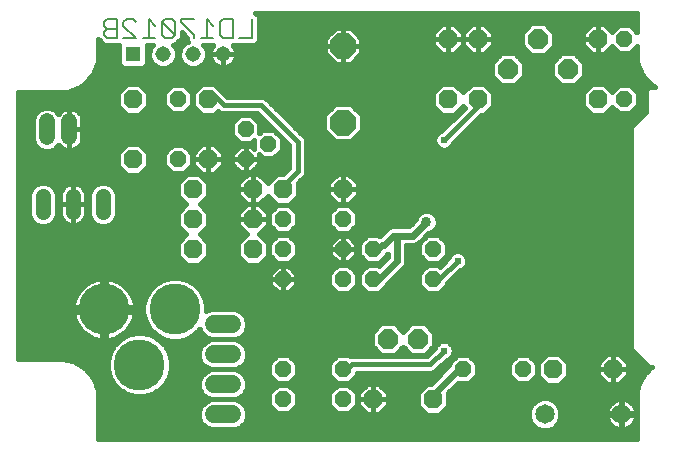
<source format=gbl>
G75*
%MOIN*%
%OFA0B0*%
%FSLAX25Y25*%
%IPPOS*%
%LPD*%
%AMOC8*
5,1,8,0,0,1.08239X$1,22.5*
%
%ADD10C,0.00600*%
%ADD11OC8,0.06300*%
%ADD12OC8,0.06600*%
%ADD13OC8,0.05200*%
%ADD14OC8,0.08500*%
%ADD15R,0.05150X0.05150*%
%ADD16C,0.05150*%
%ADD17C,0.05150*%
%ADD18C,0.05200*%
%ADD19C,0.06496*%
%ADD20C,0.17000*%
%ADD21C,0.06000*%
%ADD22C,0.01600*%
%ADD23R,0.03900X0.03900*%
%ADD24C,0.02200*%
%ADD25C,0.03400*%
%ADD26C,0.02400*%
D10*
X0075245Y0169456D02*
X0078448Y0169456D01*
X0078448Y0175862D01*
X0075245Y0175862D01*
X0074177Y0174794D01*
X0074177Y0173726D01*
X0075245Y0172659D01*
X0078448Y0172659D01*
X0080623Y0173726D02*
X0080623Y0174794D01*
X0081690Y0175862D01*
X0083826Y0175862D01*
X0084893Y0174794D01*
X0080623Y0173726D02*
X0084893Y0169456D01*
X0080623Y0169456D01*
X0075245Y0169456D02*
X0074177Y0170524D01*
X0074177Y0171591D01*
X0075245Y0172659D01*
X0087068Y0169456D02*
X0091339Y0169456D01*
X0089204Y0169456D02*
X0089204Y0175862D01*
X0091339Y0173726D01*
X0093514Y0174794D02*
X0094581Y0175862D01*
X0096717Y0175862D01*
X0097784Y0174794D01*
X0097784Y0170524D01*
X0093514Y0174794D01*
X0093514Y0170524D01*
X0094581Y0169456D01*
X0096717Y0169456D01*
X0097784Y0170524D01*
X0099959Y0174794D02*
X0104230Y0170524D01*
X0104230Y0169456D01*
X0106405Y0169456D02*
X0110675Y0169456D01*
X0108540Y0169456D02*
X0108540Y0175862D01*
X0110675Y0173726D01*
X0112850Y0174794D02*
X0113918Y0175862D01*
X0117121Y0175862D01*
X0117121Y0169456D01*
X0113918Y0169456D01*
X0112850Y0170524D01*
X0112850Y0174794D01*
X0119296Y0169456D02*
X0123566Y0169456D01*
X0123566Y0175862D01*
X0104230Y0175862D02*
X0099959Y0175862D01*
X0099959Y0174794D01*
D11*
X0108866Y0149156D03*
X0083866Y0149156D03*
X0083866Y0129156D03*
X0103866Y0119156D03*
X0108866Y0129156D03*
X0123866Y0119156D03*
X0133866Y0119156D03*
X0123866Y0109156D03*
X0123866Y0099156D03*
X0103866Y0099156D03*
X0103866Y0109156D03*
X0153866Y0119156D03*
X0188866Y0149156D03*
X0198866Y0149156D03*
X0198866Y0169156D03*
X0188866Y0169156D03*
X0238866Y0169156D03*
X0238866Y0149156D03*
X0243866Y0059156D03*
X0223866Y0059156D03*
X0183866Y0049156D03*
X0163866Y0049156D03*
D12*
X0168866Y0069156D03*
X0178866Y0069156D03*
X0208866Y0159156D03*
X0218866Y0169156D03*
X0228866Y0159156D03*
D13*
X0247616Y0149156D03*
X0247616Y0169156D03*
X0153866Y0109156D03*
X0153866Y0099156D03*
X0163866Y0099156D03*
X0163866Y0089156D03*
X0153866Y0089156D03*
X0133866Y0089156D03*
X0133866Y0099156D03*
X0133866Y0109156D03*
X0121366Y0129156D03*
X0128866Y0134156D03*
X0121366Y0139156D03*
X0098866Y0129156D03*
X0098866Y0149156D03*
X0183866Y0099156D03*
X0183866Y0089156D03*
X0193866Y0059156D03*
X0213866Y0059156D03*
X0153866Y0059156D03*
X0153866Y0049156D03*
X0133866Y0049156D03*
X0133866Y0059156D03*
D14*
X0153866Y0141356D03*
X0153866Y0166956D03*
D15*
X0083866Y0164156D03*
D16*
X0093866Y0164156D03*
X0103866Y0164156D03*
X0113866Y0164156D03*
D17*
X0073866Y0116731D02*
X0073866Y0111581D01*
X0063866Y0111581D02*
X0063866Y0116731D01*
X0053866Y0116731D02*
X0053866Y0111581D01*
D18*
X0055116Y0136556D02*
X0055116Y0141756D01*
X0062616Y0141756D02*
X0062616Y0136556D01*
D19*
X0221071Y0044156D03*
X0246661Y0044156D03*
D20*
X0097803Y0079156D03*
X0074181Y0079156D03*
X0085992Y0060652D03*
D21*
X0110866Y0064156D02*
X0116866Y0064156D01*
X0116866Y0054156D02*
X0110866Y0054156D01*
X0110866Y0044156D02*
X0116866Y0044156D01*
X0116866Y0074156D02*
X0110866Y0074156D01*
D22*
X0072225Y0049606D02*
X0072225Y0035956D01*
X0251728Y0035956D01*
X0251728Y0049606D01*
X0251706Y0049631D01*
X0251728Y0049933D01*
X0251728Y0050236D01*
X0251751Y0050259D01*
X0251831Y0051377D01*
X0251796Y0051431D01*
X0251854Y0051699D01*
X0251873Y0051973D01*
X0251923Y0052015D01*
X0252168Y0053142D01*
X0252141Y0053201D01*
X0252236Y0053458D01*
X0252295Y0053726D01*
X0252349Y0053761D01*
X0252752Y0054841D01*
X0252734Y0054903D01*
X0252865Y0055144D01*
X0252961Y0055401D01*
X0253020Y0055428D01*
X0253573Y0056439D01*
X0253564Y0056504D01*
X0253728Y0056723D01*
X0253859Y0056964D01*
X0253922Y0056982D01*
X0254612Y0057905D01*
X0254612Y0057970D01*
X0254806Y0058164D01*
X0254971Y0058383D01*
X0255035Y0058393D01*
X0255850Y0059208D01*
X0255859Y0059272D01*
X0256079Y0059437D01*
X0256273Y0059630D01*
X0256338Y0059630D01*
X0256907Y0060056D01*
X0255703Y0060056D01*
X0250703Y0065056D01*
X0249766Y0065993D01*
X0249766Y0139819D01*
X0254766Y0144819D01*
X0254766Y0152319D01*
X0255703Y0153256D01*
X0257905Y0153256D01*
X0257803Y0153312D01*
X0257739Y0153302D01*
X0257519Y0153467D01*
X0257279Y0153598D01*
X0257260Y0153660D01*
X0256338Y0154351D01*
X0256273Y0154351D01*
X0256079Y0154545D01*
X0255859Y0154709D01*
X0255850Y0154774D01*
X0255035Y0155589D01*
X0254971Y0155598D01*
X0254806Y0155818D01*
X0254612Y0156011D01*
X0254612Y0156077D01*
X0253922Y0156999D01*
X0253859Y0157018D01*
X0253728Y0157258D01*
X0253564Y0157478D01*
X0253573Y0157542D01*
X0253020Y0158554D01*
X0252961Y0158581D01*
X0252865Y0158838D01*
X0252734Y0159078D01*
X0252752Y0159141D01*
X0252349Y0160221D01*
X0252295Y0160256D01*
X0252236Y0160524D01*
X0252141Y0160781D01*
X0252168Y0160840D01*
X0251923Y0161966D01*
X0251873Y0162009D01*
X0251854Y0162282D01*
X0251796Y0162550D01*
X0251831Y0162605D01*
X0251751Y0163723D01*
X0251728Y0163746D01*
X0251728Y0164049D01*
X0251706Y0164351D01*
X0251728Y0164376D01*
X0251728Y0166762D01*
X0249522Y0164556D01*
X0245711Y0164556D01*
X0243489Y0166778D01*
X0240916Y0164206D01*
X0238866Y0164206D01*
X0238866Y0169156D01*
X0238866Y0169156D01*
X0233916Y0169156D01*
X0233916Y0167106D01*
X0236816Y0164206D01*
X0238866Y0164206D01*
X0238866Y0169156D01*
X0238866Y0169156D01*
X0233916Y0169156D01*
X0233916Y0171207D01*
X0236816Y0174106D01*
X0238866Y0174106D01*
X0238866Y0169156D01*
X0238866Y0169156D01*
X0238866Y0174106D01*
X0240916Y0174106D01*
X0243489Y0171534D01*
X0245711Y0173756D01*
X0249522Y0173756D01*
X0251728Y0171550D01*
X0251728Y0178025D01*
X0124655Y0178025D01*
X0125866Y0176814D01*
X0125866Y0168503D01*
X0124519Y0167156D01*
X0118343Y0167156D01*
X0118208Y0167291D01*
X0118073Y0167156D01*
X0117053Y0167156D01*
X0117203Y0167006D01*
X0117608Y0166449D01*
X0117920Y0165835D01*
X0118133Y0165181D01*
X0118241Y0164500D01*
X0118241Y0164156D01*
X0113866Y0164156D01*
X0113866Y0164156D01*
X0113866Y0159781D01*
X0113522Y0159781D01*
X0112842Y0159889D01*
X0112187Y0160102D01*
X0111573Y0160414D01*
X0111016Y0160819D01*
X0110529Y0161306D01*
X0110124Y0161863D01*
X0109812Y0162477D01*
X0109599Y0163132D01*
X0109491Y0163812D01*
X0109491Y0164156D01*
X0113866Y0164156D01*
X0113866Y0164156D01*
X0113866Y0159781D01*
X0114210Y0159781D01*
X0114891Y0159889D01*
X0115545Y0160102D01*
X0116159Y0160414D01*
X0116716Y0160819D01*
X0117203Y0161306D01*
X0117608Y0161863D01*
X0117920Y0162477D01*
X0118133Y0163132D01*
X0118241Y0163812D01*
X0118241Y0164156D01*
X0113866Y0164156D01*
X0109491Y0164156D01*
X0109491Y0164500D01*
X0109599Y0165181D01*
X0109812Y0165835D01*
X0110124Y0166449D01*
X0110529Y0167006D01*
X0110679Y0167156D01*
X0107336Y0167156D01*
X0107744Y0166748D01*
X0108441Y0165066D01*
X0108441Y0163246D01*
X0107744Y0161565D01*
X0106458Y0160278D01*
X0104776Y0159581D01*
X0102956Y0159581D01*
X0101275Y0160278D01*
X0099988Y0161565D01*
X0099291Y0163246D01*
X0099291Y0165066D01*
X0099988Y0166748D01*
X0101275Y0168034D01*
X0102069Y0168364D01*
X0101930Y0168503D01*
X0101930Y0169571D01*
X0100084Y0171417D01*
X0100084Y0169571D01*
X0098737Y0168224D01*
X0097669Y0167156D01*
X0097336Y0167156D01*
X0097744Y0166748D01*
X0098441Y0165066D01*
X0098441Y0163246D01*
X0097744Y0161565D01*
X0096458Y0160278D01*
X0094776Y0159581D01*
X0092956Y0159581D01*
X0091275Y0160278D01*
X0089988Y0161565D01*
X0089291Y0163246D01*
X0089291Y0165066D01*
X0089988Y0166748D01*
X0090396Y0167156D01*
X0088441Y0167156D01*
X0088441Y0160753D01*
X0087269Y0159581D01*
X0080463Y0159581D01*
X0079291Y0160753D01*
X0079291Y0167156D01*
X0074292Y0167156D01*
X0073476Y0167973D01*
X0073225Y0168224D01*
X0073225Y0168224D01*
X0072694Y0168754D01*
X0072225Y0169223D01*
X0072225Y0164376D01*
X0072247Y0164351D01*
X0072225Y0164049D01*
X0072225Y0163746D01*
X0072202Y0163723D01*
X0072122Y0162605D01*
X0072157Y0162550D01*
X0072099Y0162282D01*
X0072079Y0162009D01*
X0072030Y0161966D01*
X0071785Y0160840D01*
X0071812Y0160781D01*
X0071716Y0160524D01*
X0071658Y0160256D01*
X0071603Y0160221D01*
X0071200Y0159141D01*
X0071219Y0159078D01*
X0071087Y0158838D01*
X0070992Y0158581D01*
X0070932Y0158554D01*
X0070380Y0157542D01*
X0070389Y0157478D01*
X0070225Y0157258D01*
X0070094Y0157018D01*
X0070031Y0156999D01*
X0069340Y0156077D01*
X0069340Y0156011D01*
X0069146Y0155818D01*
X0068982Y0155598D01*
X0068918Y0155589D01*
X0068103Y0154774D01*
X0068093Y0154709D01*
X0067874Y0154545D01*
X0067680Y0154351D01*
X0067615Y0154351D01*
X0066692Y0153660D01*
X0066674Y0153598D01*
X0066433Y0153467D01*
X0066214Y0153302D01*
X0066149Y0153312D01*
X0065138Y0152759D01*
X0065111Y0152700D01*
X0064854Y0152604D01*
X0064613Y0152473D01*
X0064551Y0152491D01*
X0063471Y0152088D01*
X0063436Y0152034D01*
X0063168Y0151975D01*
X0062911Y0151879D01*
X0062852Y0151907D01*
X0061725Y0151662D01*
X0061683Y0151612D01*
X0061409Y0151593D01*
X0061141Y0151534D01*
X0061087Y0151570D01*
X0059969Y0151490D01*
X0059946Y0151466D01*
X0059643Y0151466D01*
X0059341Y0151445D01*
X0059316Y0151466D01*
X0045666Y0151466D01*
X0045666Y0062515D01*
X0059316Y0062515D01*
X0059341Y0062537D01*
X0059643Y0062515D01*
X0059946Y0062515D01*
X0059969Y0062492D01*
X0061087Y0062412D01*
X0061141Y0062447D01*
X0061409Y0062389D01*
X0061683Y0062369D01*
X0061725Y0062320D01*
X0062852Y0062075D01*
X0062911Y0062102D01*
X0063168Y0062006D01*
X0063436Y0061948D01*
X0063471Y0061893D01*
X0064551Y0061490D01*
X0064613Y0061509D01*
X0064854Y0061377D01*
X0065111Y0061282D01*
X0065138Y0061222D01*
X0066149Y0060670D01*
X0066214Y0060679D01*
X0066433Y0060515D01*
X0066674Y0060384D01*
X0066692Y0060321D01*
X0067615Y0059630D01*
X0067680Y0059630D01*
X0067874Y0059437D01*
X0068093Y0059272D01*
X0068103Y0059208D01*
X0068918Y0058393D01*
X0068982Y0058383D01*
X0069146Y0058164D01*
X0069340Y0057970D01*
X0069340Y0057905D01*
X0070031Y0056982D01*
X0070094Y0056964D01*
X0070225Y0056723D01*
X0070389Y0056504D01*
X0070380Y0056439D01*
X0070932Y0055428D01*
X0070992Y0055401D01*
X0071087Y0055144D01*
X0071219Y0054903D01*
X0071200Y0054841D01*
X0071603Y0053761D01*
X0071658Y0053726D01*
X0071716Y0053458D01*
X0071812Y0053201D01*
X0071785Y0053142D01*
X0072030Y0052015D01*
X0072079Y0051973D01*
X0072099Y0051699D01*
X0072157Y0051431D01*
X0072122Y0051377D01*
X0072202Y0050259D01*
X0072225Y0050236D01*
X0072225Y0049933D01*
X0072247Y0049631D01*
X0072225Y0049606D01*
X0072225Y0050141D02*
X0107810Y0050141D01*
X0108034Y0049917D02*
X0109872Y0049156D01*
X0117861Y0049156D01*
X0119698Y0048395D01*
X0121105Y0046988D01*
X0121866Y0045151D01*
X0121866Y0043162D01*
X0121105Y0041324D01*
X0119698Y0039917D01*
X0117861Y0039156D01*
X0109872Y0039156D01*
X0108034Y0039917D01*
X0106627Y0041324D01*
X0105866Y0043162D01*
X0105866Y0045151D01*
X0106627Y0046988D01*
X0108034Y0048395D01*
X0109872Y0049156D01*
X0117861Y0049156D01*
X0119698Y0049917D01*
X0121105Y0051324D01*
X0121866Y0053162D01*
X0121866Y0055151D01*
X0121105Y0056988D01*
X0119698Y0058395D01*
X0117861Y0059156D01*
X0109872Y0059156D01*
X0117861Y0059156D01*
X0119698Y0059917D01*
X0121105Y0061324D01*
X0121866Y0063162D01*
X0121866Y0065151D01*
X0121105Y0066988D01*
X0119698Y0068395D01*
X0117861Y0069156D01*
X0109872Y0069156D01*
X0117861Y0069156D01*
X0119698Y0069917D01*
X0121105Y0071324D01*
X0121866Y0073162D01*
X0121866Y0075151D01*
X0121105Y0076988D01*
X0119698Y0078395D01*
X0117861Y0079156D01*
X0109872Y0079156D01*
X0108303Y0078506D01*
X0108303Y0080539D01*
X0107588Y0083209D01*
X0106205Y0085603D01*
X0104250Y0087558D01*
X0101856Y0088941D01*
X0099185Y0089656D01*
X0096421Y0089656D01*
X0093750Y0088941D01*
X0091356Y0087558D01*
X0089401Y0085603D01*
X0088019Y0083209D01*
X0087303Y0080539D01*
X0087303Y0077774D01*
X0088019Y0075103D01*
X0089401Y0072709D01*
X0091356Y0070754D01*
X0093750Y0069372D01*
X0096421Y0068656D01*
X0099185Y0068656D01*
X0101856Y0069372D01*
X0104250Y0070754D01*
X0106098Y0072602D01*
X0106627Y0071324D01*
X0108034Y0069917D01*
X0109872Y0069156D01*
X0108034Y0068395D01*
X0106627Y0066988D01*
X0105866Y0065151D01*
X0105866Y0063162D01*
X0106627Y0061324D01*
X0108034Y0059917D01*
X0109872Y0059156D01*
X0108034Y0058395D01*
X0106627Y0056988D01*
X0105866Y0055151D01*
X0105866Y0053162D01*
X0106627Y0051324D01*
X0108034Y0049917D01*
X0108391Y0048543D02*
X0072225Y0048543D01*
X0072225Y0046944D02*
X0106609Y0046944D01*
X0105947Y0045346D02*
X0072225Y0045346D01*
X0072225Y0043747D02*
X0105866Y0043747D01*
X0106286Y0042149D02*
X0072225Y0042149D01*
X0072225Y0040550D02*
X0107401Y0040550D01*
X0119342Y0048543D02*
X0129266Y0048543D01*
X0129266Y0047251D02*
X0131961Y0044556D01*
X0135772Y0044556D01*
X0138466Y0047251D01*
X0138466Y0051062D01*
X0135772Y0053756D01*
X0131961Y0053756D01*
X0129266Y0051062D01*
X0129266Y0047251D01*
X0129573Y0046944D02*
X0121123Y0046944D01*
X0121785Y0045346D02*
X0131171Y0045346D01*
X0129266Y0050141D02*
X0119922Y0050141D01*
X0121277Y0051740D02*
X0129944Y0051740D01*
X0131543Y0053338D02*
X0121866Y0053338D01*
X0121866Y0054937D02*
X0131580Y0054937D01*
X0131961Y0054556D02*
X0135772Y0054556D01*
X0138466Y0057251D01*
X0138466Y0061062D01*
X0135772Y0063756D01*
X0131961Y0063756D01*
X0129266Y0061062D01*
X0129266Y0057251D01*
X0131961Y0054556D01*
X0129982Y0056535D02*
X0121293Y0056535D01*
X0119960Y0058134D02*
X0129266Y0058134D01*
X0129266Y0059732D02*
X0119252Y0059732D01*
X0121108Y0061331D02*
X0129535Y0061331D01*
X0131134Y0062929D02*
X0121770Y0062929D01*
X0121866Y0064528D02*
X0165999Y0064528D01*
X0166671Y0063856D02*
X0171061Y0063856D01*
X0173866Y0066661D01*
X0176671Y0063856D01*
X0181061Y0063856D01*
X0184166Y0066961D01*
X0184166Y0071351D01*
X0181061Y0074456D01*
X0176671Y0074456D01*
X0173866Y0071651D01*
X0171061Y0074456D01*
X0166671Y0074456D01*
X0163566Y0071351D01*
X0163566Y0066961D01*
X0166671Y0063856D01*
X0164401Y0066126D02*
X0121462Y0066126D01*
X0120368Y0067725D02*
X0163566Y0067725D01*
X0163566Y0069323D02*
X0118264Y0069323D01*
X0120703Y0070922D02*
X0163566Y0070922D01*
X0164735Y0072520D02*
X0121601Y0072520D01*
X0121866Y0074119D02*
X0166334Y0074119D01*
X0171399Y0074119D02*
X0176334Y0074119D01*
X0174735Y0072520D02*
X0172997Y0072520D01*
X0173332Y0066126D02*
X0174401Y0066126D01*
X0175999Y0064528D02*
X0171733Y0064528D01*
X0181733Y0064528D02*
X0182728Y0064528D01*
X0181806Y0063606D02*
X0184403Y0066203D01*
X0184803Y0067169D01*
X0185703Y0068069D01*
X0186880Y0068556D01*
X0188153Y0068556D01*
X0189329Y0068069D01*
X0190229Y0067169D01*
X0190716Y0065993D01*
X0190716Y0064720D01*
X0190229Y0063544D01*
X0189329Y0062643D01*
X0188363Y0062243D01*
X0185340Y0059220D01*
X0184552Y0058432D01*
X0183523Y0058006D01*
X0158466Y0058006D01*
X0158466Y0057251D01*
X0155772Y0054556D01*
X0151961Y0054556D01*
X0149266Y0057251D01*
X0149266Y0061062D01*
X0151961Y0063756D01*
X0155772Y0063756D01*
X0156064Y0063463D01*
X0156409Y0063606D01*
X0181806Y0063606D01*
X0183332Y0066126D02*
X0184327Y0066126D01*
X0184166Y0067725D02*
X0185359Y0067725D01*
X0184166Y0069323D02*
X0249766Y0069323D01*
X0249766Y0067725D02*
X0189673Y0067725D01*
X0190661Y0066126D02*
X0249766Y0066126D01*
X0251232Y0064528D02*
X0190637Y0064528D01*
X0191961Y0063756D02*
X0189266Y0061062D01*
X0189266Y0060440D01*
X0183132Y0054306D01*
X0181733Y0054306D01*
X0178716Y0051289D01*
X0178716Y0047023D01*
X0181733Y0044006D01*
X0185999Y0044006D01*
X0189016Y0047023D01*
X0189016Y0051289D01*
X0188950Y0051356D01*
X0192150Y0054556D01*
X0195772Y0054556D01*
X0198466Y0057251D01*
X0198466Y0061062D01*
X0195772Y0063756D01*
X0191961Y0063756D01*
X0191134Y0062929D02*
X0189615Y0062929D01*
X0189535Y0061331D02*
X0187451Y0061331D01*
X0188558Y0059732D02*
X0185852Y0059732D01*
X0186960Y0058134D02*
X0183831Y0058134D01*
X0185361Y0056535D02*
X0157751Y0056535D01*
X0156152Y0054937D02*
X0183763Y0054937D01*
X0180765Y0053338D02*
X0166684Y0053338D01*
X0165916Y0054106D02*
X0163866Y0054106D01*
X0161816Y0054106D01*
X0158916Y0051207D01*
X0158916Y0049156D01*
X0158916Y0047106D01*
X0161816Y0044206D01*
X0163866Y0044206D01*
X0163866Y0049156D01*
X0163866Y0049156D01*
X0158916Y0049156D01*
X0163866Y0049156D01*
X0163866Y0049156D01*
X0163866Y0044206D01*
X0165916Y0044206D01*
X0168816Y0047106D01*
X0168816Y0049156D01*
X0163866Y0049156D01*
X0163866Y0049156D01*
X0163866Y0054106D01*
X0163866Y0049156D01*
X0163866Y0049156D01*
X0168816Y0049156D01*
X0168816Y0051207D01*
X0165916Y0054106D01*
X0163866Y0053338D02*
X0163866Y0053338D01*
X0163866Y0051740D02*
X0163866Y0051740D01*
X0163866Y0050141D02*
X0163866Y0050141D01*
X0163866Y0048543D02*
X0163866Y0048543D01*
X0163866Y0046944D02*
X0163866Y0046944D01*
X0163866Y0045346D02*
X0163866Y0045346D01*
X0160676Y0045346D02*
X0156561Y0045346D01*
X0155772Y0044556D02*
X0158466Y0047251D01*
X0158466Y0051062D01*
X0155772Y0053756D01*
X0151961Y0053756D01*
X0149266Y0051062D01*
X0149266Y0047251D01*
X0151961Y0044556D01*
X0155772Y0044556D01*
X0158160Y0046944D02*
X0159078Y0046944D01*
X0158916Y0048543D02*
X0158466Y0048543D01*
X0158466Y0050141D02*
X0158916Y0050141D01*
X0159449Y0051740D02*
X0157788Y0051740D01*
X0156189Y0053338D02*
X0161048Y0053338D01*
X0168283Y0051740D02*
X0179167Y0051740D01*
X0178716Y0050141D02*
X0168816Y0050141D01*
X0168816Y0048543D02*
X0178716Y0048543D01*
X0178795Y0046944D02*
X0168655Y0046944D01*
X0167056Y0045346D02*
X0180393Y0045346D01*
X0187339Y0045346D02*
X0215883Y0045346D01*
X0215823Y0045200D02*
X0215823Y0043112D01*
X0216622Y0041183D01*
X0218098Y0039707D01*
X0220027Y0038908D01*
X0222115Y0038908D01*
X0224044Y0039707D01*
X0225520Y0041183D01*
X0226319Y0043112D01*
X0226319Y0045200D01*
X0225520Y0047129D01*
X0224044Y0048605D01*
X0222115Y0049404D01*
X0220027Y0049404D01*
X0218098Y0048605D01*
X0216622Y0047129D01*
X0215823Y0045200D01*
X0215823Y0043747D02*
X0121866Y0043747D01*
X0121447Y0042149D02*
X0216222Y0042149D01*
X0217255Y0040550D02*
X0120331Y0040550D01*
X0136561Y0045346D02*
X0151171Y0045346D01*
X0149573Y0046944D02*
X0138160Y0046944D01*
X0138466Y0048543D02*
X0149266Y0048543D01*
X0149266Y0050141D02*
X0138466Y0050141D01*
X0137788Y0051740D02*
X0149944Y0051740D01*
X0151543Y0053338D02*
X0136189Y0053338D01*
X0136152Y0054937D02*
X0151580Y0054937D01*
X0149982Y0056535D02*
X0137751Y0056535D01*
X0138466Y0058134D02*
X0149266Y0058134D01*
X0149266Y0059732D02*
X0138466Y0059732D01*
X0138197Y0061331D02*
X0149535Y0061331D01*
X0151134Y0062929D02*
X0136598Y0062929D01*
X0153866Y0059156D02*
X0154366Y0059506D01*
X0155666Y0059506D01*
X0156966Y0060806D01*
X0182966Y0060806D01*
X0187516Y0065356D01*
X0184166Y0070922D02*
X0249766Y0070922D01*
X0249766Y0072520D02*
X0182997Y0072520D01*
X0181399Y0074119D02*
X0249766Y0074119D01*
X0249766Y0075717D02*
X0121631Y0075717D01*
X0120777Y0077316D02*
X0249766Y0077316D01*
X0249766Y0078914D02*
X0118444Y0078914D01*
X0109288Y0078914D02*
X0108303Y0078914D01*
X0108303Y0080513D02*
X0249766Y0080513D01*
X0249766Y0082112D02*
X0107882Y0082112D01*
X0107298Y0083710D02*
X0249766Y0083710D01*
X0249766Y0085309D02*
X0186524Y0085309D01*
X0185772Y0084556D02*
X0181961Y0084556D01*
X0179266Y0087251D01*
X0179266Y0091062D01*
X0181961Y0093756D01*
X0185772Y0093756D01*
X0186189Y0093339D01*
X0188953Y0096103D01*
X0189353Y0097069D01*
X0190253Y0097969D01*
X0191430Y0098456D01*
X0192703Y0098456D01*
X0193879Y0097969D01*
X0194779Y0097069D01*
X0195266Y0095893D01*
X0195266Y0094620D01*
X0194779Y0093444D01*
X0193879Y0092543D01*
X0192913Y0092143D01*
X0188590Y0087820D01*
X0188466Y0087696D01*
X0188466Y0087251D01*
X0185772Y0084556D01*
X0181208Y0085309D02*
X0166524Y0085309D01*
X0165772Y0084556D02*
X0161961Y0084556D01*
X0159266Y0087251D01*
X0159266Y0091062D01*
X0161961Y0093756D01*
X0165772Y0093756D01*
X0165902Y0093626D01*
X0168816Y0096540D01*
X0168816Y0097701D01*
X0168466Y0097556D01*
X0168466Y0097251D01*
X0165772Y0094556D01*
X0161961Y0094556D01*
X0159266Y0097251D01*
X0159266Y0101062D01*
X0161961Y0103756D01*
X0165772Y0103756D01*
X0166009Y0103519D01*
X0166070Y0103544D01*
X0168860Y0106334D01*
X0170000Y0106806D01*
X0175832Y0106806D01*
X0177966Y0108940D01*
X0177966Y0108992D01*
X0178529Y0110352D01*
X0179570Y0111393D01*
X0180930Y0111956D01*
X0182402Y0111956D01*
X0183762Y0111393D01*
X0184803Y0110352D01*
X0185366Y0108992D01*
X0185366Y0107520D01*
X0184803Y0106160D01*
X0183762Y0105119D01*
X0182402Y0104556D01*
X0182350Y0104556D01*
X0179744Y0101950D01*
X0178872Y0101078D01*
X0177733Y0100606D01*
X0175016Y0100606D01*
X0175016Y0094640D01*
X0174544Y0093500D01*
X0168466Y0087422D01*
X0168466Y0087251D01*
X0165772Y0084556D01*
X0168122Y0086907D02*
X0179610Y0086907D01*
X0179266Y0088506D02*
X0169550Y0088506D01*
X0171148Y0090104D02*
X0179266Y0090104D01*
X0179907Y0091703D02*
X0172747Y0091703D01*
X0174345Y0093301D02*
X0181506Y0093301D01*
X0181961Y0094556D02*
X0185772Y0094556D01*
X0188466Y0097251D01*
X0188466Y0101062D01*
X0185772Y0103756D01*
X0181961Y0103756D01*
X0179266Y0101062D01*
X0179266Y0097251D01*
X0181961Y0094556D01*
X0181617Y0094900D02*
X0175016Y0094900D01*
X0175016Y0096498D02*
X0180019Y0096498D01*
X0179266Y0098097D02*
X0175016Y0098097D01*
X0175016Y0099695D02*
X0179266Y0099695D01*
X0179088Y0101294D02*
X0179498Y0101294D01*
X0180686Y0102892D02*
X0181097Y0102892D01*
X0182285Y0104491D02*
X0249766Y0104491D01*
X0249766Y0106089D02*
X0184732Y0106089D01*
X0185366Y0107688D02*
X0249766Y0107688D01*
X0249766Y0109286D02*
X0185244Y0109286D01*
X0184270Y0110885D02*
X0249766Y0110885D01*
X0249766Y0112483D02*
X0157044Y0112483D01*
X0155772Y0113756D02*
X0151961Y0113756D01*
X0149266Y0111062D01*
X0149266Y0107251D01*
X0151961Y0104556D01*
X0155772Y0104556D01*
X0158466Y0107251D01*
X0158466Y0111062D01*
X0155772Y0113756D01*
X0155916Y0114206D02*
X0158816Y0117106D01*
X0158816Y0119156D01*
X0153866Y0119156D01*
X0153866Y0119156D01*
X0153866Y0114206D01*
X0151816Y0114206D01*
X0148916Y0117106D01*
X0148916Y0119156D01*
X0153866Y0119156D01*
X0153866Y0119156D01*
X0153866Y0114206D01*
X0155916Y0114206D01*
X0157391Y0115680D02*
X0249766Y0115680D01*
X0249766Y0114082D02*
X0136075Y0114082D01*
X0135999Y0114006D02*
X0139016Y0117023D01*
X0139016Y0121289D01*
X0138938Y0121368D01*
X0140352Y0122782D01*
X0141140Y0123570D01*
X0141566Y0124599D01*
X0141566Y0135463D01*
X0141140Y0136492D01*
X0128790Y0148842D01*
X0128002Y0149630D01*
X0126973Y0150056D01*
X0115226Y0150056D01*
X0114016Y0151266D01*
X0114016Y0151289D01*
X0110999Y0154306D01*
X0106733Y0154306D01*
X0103716Y0151289D01*
X0103716Y0147023D01*
X0106733Y0144006D01*
X0110999Y0144006D01*
X0112178Y0145185D01*
X0112480Y0144882D01*
X0113509Y0144456D01*
X0125256Y0144456D01*
X0135966Y0133746D01*
X0135966Y0126316D01*
X0133956Y0124306D01*
X0131733Y0124306D01*
X0128725Y0121298D01*
X0125916Y0124106D01*
X0123866Y0124106D01*
X0121816Y0124106D01*
X0118916Y0121207D01*
X0118916Y0119156D01*
X0118916Y0117106D01*
X0121816Y0114206D01*
X0123866Y0114206D01*
X0123866Y0119156D01*
X0123866Y0119156D01*
X0118916Y0119156D01*
X0123866Y0119156D01*
X0123866Y0119156D01*
X0123866Y0114206D01*
X0125916Y0114206D01*
X0128725Y0117014D01*
X0131733Y0114006D01*
X0135999Y0114006D01*
X0135772Y0113756D02*
X0131961Y0113756D01*
X0129266Y0111062D01*
X0129266Y0107251D01*
X0131961Y0104556D01*
X0135772Y0104556D01*
X0138466Y0107251D01*
X0138466Y0111062D01*
X0135772Y0113756D01*
X0137044Y0112483D02*
X0150688Y0112483D01*
X0149266Y0110885D02*
X0138466Y0110885D01*
X0138466Y0109286D02*
X0149266Y0109286D01*
X0149266Y0107688D02*
X0138466Y0107688D01*
X0137305Y0106089D02*
X0150428Y0106089D01*
X0152044Y0103556D02*
X0149466Y0100979D01*
X0149466Y0099156D01*
X0149466Y0097334D01*
X0152044Y0094756D01*
X0153866Y0094756D01*
X0153866Y0099156D01*
X0153866Y0099156D01*
X0149466Y0099156D01*
X0153866Y0099156D01*
X0153866Y0099156D01*
X0153866Y0094756D01*
X0155689Y0094756D01*
X0158266Y0097334D01*
X0158266Y0099156D01*
X0153866Y0099156D01*
X0153866Y0099156D01*
X0153866Y0103556D01*
X0152044Y0103556D01*
X0151380Y0102892D02*
X0136636Y0102892D01*
X0135772Y0103756D02*
X0138466Y0101062D01*
X0138466Y0097251D01*
X0135772Y0094556D01*
X0131961Y0094556D01*
X0129266Y0097251D01*
X0129266Y0101062D01*
X0131961Y0103756D01*
X0135772Y0103756D01*
X0138234Y0101294D02*
X0149781Y0101294D01*
X0149466Y0099695D02*
X0138466Y0099695D01*
X0138466Y0098097D02*
X0149466Y0098097D01*
X0150302Y0096498D02*
X0137713Y0096498D01*
X0136115Y0094900D02*
X0151900Y0094900D01*
X0151961Y0093756D02*
X0149266Y0091062D01*
X0149266Y0087251D01*
X0151961Y0084556D01*
X0155772Y0084556D01*
X0158466Y0087251D01*
X0158466Y0091062D01*
X0155772Y0093756D01*
X0151961Y0093756D01*
X0151506Y0093301D02*
X0135944Y0093301D01*
X0135689Y0093556D02*
X0133866Y0093556D01*
X0132044Y0093556D01*
X0129466Y0090979D01*
X0129466Y0089156D01*
X0129466Y0087334D01*
X0132044Y0084756D01*
X0133866Y0084756D01*
X0133866Y0089156D01*
X0133866Y0089156D01*
X0129466Y0089156D01*
X0133866Y0089156D01*
X0133866Y0089156D01*
X0133866Y0084756D01*
X0135689Y0084756D01*
X0138266Y0087334D01*
X0138266Y0089156D01*
X0133866Y0089156D01*
X0133866Y0089156D01*
X0133866Y0093556D01*
X0133866Y0089156D01*
X0133866Y0089156D01*
X0138266Y0089156D01*
X0138266Y0090979D01*
X0135689Y0093556D01*
X0133866Y0093301D02*
X0133866Y0093301D01*
X0133866Y0091703D02*
X0133866Y0091703D01*
X0133866Y0090104D02*
X0133866Y0090104D01*
X0133866Y0088506D02*
X0133866Y0088506D01*
X0133866Y0086907D02*
X0133866Y0086907D01*
X0133866Y0085309D02*
X0133866Y0085309D01*
X0131491Y0085309D02*
X0106375Y0085309D01*
X0104902Y0086907D02*
X0129893Y0086907D01*
X0129466Y0088506D02*
X0102610Y0088506D01*
X0101733Y0094006D02*
X0105999Y0094006D01*
X0109016Y0097023D01*
X0109016Y0101289D01*
X0106149Y0104156D01*
X0109016Y0107023D01*
X0109016Y0111289D01*
X0106149Y0114156D01*
X0109016Y0117023D01*
X0109016Y0121289D01*
X0105999Y0124306D01*
X0101733Y0124306D01*
X0098716Y0121289D01*
X0098716Y0117023D01*
X0101583Y0114156D01*
X0098716Y0111289D01*
X0098716Y0107023D01*
X0101583Y0104156D01*
X0098716Y0101289D01*
X0098716Y0097023D01*
X0101733Y0094006D01*
X0100840Y0094900D02*
X0045666Y0094900D01*
X0045666Y0096498D02*
X0099241Y0096498D01*
X0098716Y0098097D02*
X0045666Y0098097D01*
X0045666Y0099695D02*
X0098716Y0099695D01*
X0098720Y0101294D02*
X0045666Y0101294D01*
X0045666Y0102892D02*
X0100319Y0102892D01*
X0101248Y0104491D02*
X0045666Y0104491D01*
X0045666Y0106089D02*
X0099650Y0106089D01*
X0098716Y0107688D02*
X0076421Y0107688D01*
X0076458Y0107703D02*
X0077744Y0108990D01*
X0078441Y0110671D01*
X0078441Y0117641D01*
X0077744Y0119322D01*
X0076458Y0120609D01*
X0074776Y0121306D01*
X0072956Y0121306D01*
X0071275Y0120609D01*
X0069988Y0119322D01*
X0069291Y0117641D01*
X0069291Y0110671D01*
X0069988Y0108990D01*
X0071275Y0107703D01*
X0072956Y0107007D01*
X0074776Y0107007D01*
X0076458Y0107703D01*
X0077867Y0109286D02*
X0098716Y0109286D01*
X0098716Y0110885D02*
X0078441Y0110885D01*
X0078441Y0112483D02*
X0099910Y0112483D01*
X0101509Y0114082D02*
X0078441Y0114082D01*
X0078441Y0115680D02*
X0100059Y0115680D01*
X0098716Y0117279D02*
X0078441Y0117279D01*
X0077929Y0118877D02*
X0098716Y0118877D01*
X0098716Y0120476D02*
X0076591Y0120476D01*
X0071141Y0120476D02*
X0066153Y0120476D01*
X0066159Y0120473D02*
X0065545Y0120785D01*
X0064891Y0120998D01*
X0064210Y0121106D01*
X0063866Y0121106D01*
X0063522Y0121106D01*
X0062842Y0120998D01*
X0062187Y0120785D01*
X0061573Y0120473D01*
X0061016Y0120068D01*
X0060529Y0119581D01*
X0060124Y0119024D01*
X0059812Y0118410D01*
X0059599Y0117755D01*
X0059491Y0117075D01*
X0059491Y0114156D01*
X0059491Y0111237D01*
X0059599Y0110557D01*
X0059812Y0109902D01*
X0060124Y0109288D01*
X0060529Y0108731D01*
X0061016Y0108244D01*
X0061573Y0107840D01*
X0062187Y0107527D01*
X0062842Y0107314D01*
X0063522Y0107207D01*
X0063866Y0107207D01*
X0063866Y0114156D01*
X0063866Y0114156D01*
X0059491Y0114156D01*
X0063866Y0114156D01*
X0063866Y0114156D01*
X0063866Y0107207D01*
X0064210Y0107207D01*
X0064891Y0107314D01*
X0065545Y0107527D01*
X0066159Y0107840D01*
X0066716Y0108244D01*
X0067203Y0108731D01*
X0067608Y0109288D01*
X0067920Y0109902D01*
X0068133Y0110557D01*
X0068241Y0111237D01*
X0068241Y0114156D01*
X0063866Y0114156D01*
X0063866Y0121106D01*
X0063866Y0114156D01*
X0063866Y0114156D01*
X0063866Y0114156D01*
X0068241Y0114156D01*
X0068241Y0117075D01*
X0068133Y0117755D01*
X0067920Y0118410D01*
X0067608Y0119024D01*
X0067203Y0119581D01*
X0066716Y0120068D01*
X0066159Y0120473D01*
X0067682Y0118877D02*
X0069803Y0118877D01*
X0069291Y0117279D02*
X0068209Y0117279D01*
X0068241Y0115680D02*
X0069291Y0115680D01*
X0069291Y0114082D02*
X0068241Y0114082D01*
X0068241Y0112483D02*
X0069291Y0112483D01*
X0069291Y0110885D02*
X0068185Y0110885D01*
X0067606Y0109286D02*
X0069865Y0109286D01*
X0071312Y0107688D02*
X0065861Y0107688D01*
X0063866Y0107688D02*
X0063866Y0107688D01*
X0063866Y0109286D02*
X0063866Y0109286D01*
X0063866Y0110885D02*
X0063866Y0110885D01*
X0063866Y0112483D02*
X0063866Y0112483D01*
X0063866Y0114082D02*
X0063866Y0114082D01*
X0063866Y0115680D02*
X0063866Y0115680D01*
X0063866Y0117279D02*
X0063866Y0117279D01*
X0063866Y0118877D02*
X0063866Y0118877D01*
X0063866Y0120476D02*
X0063866Y0120476D01*
X0061579Y0120476D02*
X0056591Y0120476D01*
X0056458Y0120609D02*
X0054776Y0121306D01*
X0052956Y0121306D01*
X0051275Y0120609D01*
X0049988Y0119322D01*
X0049291Y0117641D01*
X0049291Y0110671D01*
X0049988Y0108990D01*
X0051275Y0107703D01*
X0052956Y0107007D01*
X0054776Y0107007D01*
X0056458Y0107703D01*
X0057744Y0108990D01*
X0058441Y0110671D01*
X0058441Y0117641D01*
X0057744Y0119322D01*
X0056458Y0120609D01*
X0057929Y0118877D02*
X0060050Y0118877D01*
X0059524Y0117279D02*
X0058441Y0117279D01*
X0058441Y0115680D02*
X0059491Y0115680D01*
X0059491Y0114082D02*
X0058441Y0114082D01*
X0058441Y0112483D02*
X0059491Y0112483D01*
X0059547Y0110885D02*
X0058441Y0110885D01*
X0057867Y0109286D02*
X0060126Y0109286D01*
X0061872Y0107688D02*
X0056421Y0107688D01*
X0051312Y0107688D02*
X0045666Y0107688D01*
X0045666Y0109286D02*
X0049865Y0109286D01*
X0049291Y0110885D02*
X0045666Y0110885D01*
X0045666Y0112483D02*
X0049291Y0112483D01*
X0049291Y0114082D02*
X0045666Y0114082D01*
X0045666Y0115680D02*
X0049291Y0115680D01*
X0049291Y0117279D02*
X0045666Y0117279D01*
X0045666Y0118877D02*
X0049803Y0118877D01*
X0051141Y0120476D02*
X0045666Y0120476D01*
X0045666Y0122074D02*
X0099501Y0122074D01*
X0101100Y0123673D02*
X0045666Y0123673D01*
X0045666Y0125271D02*
X0080468Y0125271D01*
X0081733Y0124006D02*
X0085999Y0124006D01*
X0089016Y0127023D01*
X0089016Y0131289D01*
X0085999Y0134306D01*
X0081733Y0134306D01*
X0078716Y0131289D01*
X0078716Y0127023D01*
X0081733Y0124006D01*
X0078869Y0126870D02*
X0045666Y0126870D01*
X0045666Y0128468D02*
X0078716Y0128468D01*
X0078716Y0130067D02*
X0045666Y0130067D01*
X0045666Y0131665D02*
X0079092Y0131665D01*
X0080691Y0133264D02*
X0065546Y0133264D01*
X0065483Y0133200D02*
X0065972Y0133690D01*
X0066379Y0134250D01*
X0066694Y0134867D01*
X0066908Y0135526D01*
X0067016Y0136210D01*
X0067016Y0139156D01*
X0062616Y0139156D01*
X0062616Y0139156D01*
X0062616Y0132156D01*
X0062270Y0132156D01*
X0061586Y0132265D01*
X0060927Y0132479D01*
X0060310Y0132793D01*
X0059750Y0133200D01*
X0059260Y0133690D01*
X0059036Y0133998D01*
X0059016Y0133950D01*
X0057722Y0132656D01*
X0056031Y0131956D01*
X0054201Y0131956D01*
X0052510Y0132656D01*
X0051216Y0133950D01*
X0050516Y0135641D01*
X0050516Y0142671D01*
X0051216Y0144362D01*
X0052510Y0145656D01*
X0054201Y0146356D01*
X0056031Y0146356D01*
X0057722Y0145656D01*
X0059016Y0144362D01*
X0059036Y0144314D01*
X0059260Y0144623D01*
X0059750Y0145112D01*
X0060310Y0145519D01*
X0060927Y0145834D01*
X0061586Y0146048D01*
X0062270Y0146156D01*
X0062616Y0146156D01*
X0062616Y0139156D01*
X0062616Y0132156D01*
X0062962Y0132156D01*
X0063646Y0132265D01*
X0064305Y0132479D01*
X0064922Y0132793D01*
X0065483Y0133200D01*
X0066691Y0134862D02*
X0119155Y0134862D01*
X0119461Y0134556D02*
X0123272Y0134556D01*
X0124266Y0135551D01*
X0124266Y0132479D01*
X0123189Y0133556D01*
X0121366Y0133556D01*
X0119544Y0133556D01*
X0116966Y0130979D01*
X0116966Y0129156D01*
X0116966Y0127334D01*
X0119544Y0124756D01*
X0121366Y0124756D01*
X0121366Y0129156D01*
X0121366Y0129156D01*
X0116966Y0129156D01*
X0121366Y0129156D01*
X0121366Y0129156D01*
X0121366Y0124756D01*
X0123189Y0124756D01*
X0125766Y0127334D01*
X0125766Y0129156D01*
X0121366Y0129156D01*
X0121366Y0133556D01*
X0121366Y0129156D01*
X0121366Y0129156D01*
X0121366Y0129156D01*
X0125766Y0129156D01*
X0125766Y0130751D01*
X0126961Y0129556D01*
X0130772Y0129556D01*
X0133466Y0132251D01*
X0133466Y0136062D01*
X0130772Y0138756D01*
X0126961Y0138756D01*
X0125966Y0137762D01*
X0125966Y0141062D01*
X0123272Y0143756D01*
X0119461Y0143756D01*
X0116766Y0141062D01*
X0116766Y0137251D01*
X0119461Y0134556D01*
X0119251Y0133264D02*
X0111759Y0133264D01*
X0110916Y0134106D02*
X0108866Y0134106D01*
X0106816Y0134106D01*
X0103916Y0131207D01*
X0103916Y0129156D01*
X0103916Y0127106D01*
X0106816Y0124206D01*
X0108866Y0124206D01*
X0108866Y0129156D01*
X0108866Y0129156D01*
X0103916Y0129156D01*
X0108866Y0129156D01*
X0108866Y0129156D01*
X0108866Y0124206D01*
X0110916Y0124206D01*
X0113816Y0127106D01*
X0113816Y0129156D01*
X0108866Y0129156D01*
X0108866Y0134106D01*
X0108866Y0129156D01*
X0108866Y0129156D01*
X0108866Y0129156D01*
X0113816Y0129156D01*
X0113816Y0131207D01*
X0110916Y0134106D01*
X0108866Y0133264D02*
X0108866Y0133264D01*
X0108866Y0131665D02*
X0108866Y0131665D01*
X0108866Y0130067D02*
X0108866Y0130067D01*
X0108866Y0128468D02*
X0108866Y0128468D01*
X0108866Y0126870D02*
X0108866Y0126870D01*
X0108866Y0125271D02*
X0108866Y0125271D01*
X0106633Y0123673D02*
X0121382Y0123673D01*
X0121366Y0125271D02*
X0121366Y0125271D01*
X0121366Y0126870D02*
X0121366Y0126870D01*
X0121366Y0128468D02*
X0121366Y0128468D01*
X0121366Y0130067D02*
X0121366Y0130067D01*
X0121366Y0131665D02*
X0121366Y0131665D01*
X0121366Y0133264D02*
X0121366Y0133264D01*
X0123481Y0133264D02*
X0124266Y0133264D01*
X0124266Y0134862D02*
X0123578Y0134862D01*
X0125966Y0138059D02*
X0126264Y0138059D01*
X0125966Y0139658D02*
X0130055Y0139658D01*
X0131468Y0138059D02*
X0131653Y0138059D01*
X0133067Y0136461D02*
X0133252Y0136461D01*
X0133466Y0134862D02*
X0134850Y0134862D01*
X0135966Y0133264D02*
X0133466Y0133264D01*
X0132881Y0131665D02*
X0135966Y0131665D01*
X0135966Y0130067D02*
X0131282Y0130067D01*
X0135966Y0128468D02*
X0125766Y0128468D01*
X0125766Y0130067D02*
X0126450Y0130067D01*
X0125302Y0126870D02*
X0135966Y0126870D01*
X0134922Y0125271D02*
X0123704Y0125271D01*
X0123866Y0124106D02*
X0123866Y0119156D01*
X0123866Y0119156D01*
X0123866Y0124106D01*
X0123866Y0123673D02*
X0123866Y0123673D01*
X0123866Y0122074D02*
X0123866Y0122074D01*
X0123866Y0120476D02*
X0123866Y0120476D01*
X0123866Y0118877D02*
X0123866Y0118877D01*
X0123866Y0117279D02*
X0123866Y0117279D01*
X0123866Y0115680D02*
X0123866Y0115680D01*
X0123866Y0114106D02*
X0121816Y0114106D01*
X0118916Y0111207D01*
X0118916Y0109156D01*
X0118916Y0107106D01*
X0121724Y0104298D01*
X0118716Y0101289D01*
X0118716Y0097023D01*
X0121733Y0094006D01*
X0125999Y0094006D01*
X0129016Y0097023D01*
X0129016Y0101289D01*
X0126008Y0104298D01*
X0128816Y0107106D01*
X0128816Y0109156D01*
X0123866Y0109156D01*
X0118916Y0109156D01*
X0123866Y0109156D01*
X0123866Y0109156D01*
X0123866Y0109156D01*
X0123866Y0114106D01*
X0125916Y0114106D01*
X0128816Y0111207D01*
X0128816Y0109156D01*
X0123866Y0109156D01*
X0123866Y0109156D01*
X0123866Y0114106D01*
X0123866Y0114082D02*
X0123866Y0114082D01*
X0123866Y0112483D02*
X0123866Y0112483D01*
X0123866Y0110885D02*
X0123866Y0110885D01*
X0123866Y0109286D02*
X0123866Y0109286D01*
X0127539Y0112483D02*
X0130688Y0112483D01*
X0131657Y0114082D02*
X0125941Y0114082D01*
X0127391Y0115680D02*
X0130059Y0115680D01*
X0133866Y0119156D02*
X0134216Y0119306D01*
X0134216Y0120606D01*
X0138766Y0125156D01*
X0138766Y0134906D01*
X0126416Y0147256D01*
X0114066Y0147256D01*
X0111466Y0149856D01*
X0109516Y0149856D01*
X0108866Y0149206D01*
X0108866Y0149156D01*
X0104687Y0146052D02*
X0102267Y0146052D01*
X0103466Y0147251D02*
X0100772Y0144556D01*
X0096961Y0144556D01*
X0094266Y0147251D01*
X0094266Y0151062D01*
X0096961Y0153756D01*
X0100772Y0153756D01*
X0103466Y0151062D01*
X0103466Y0147251D01*
X0103466Y0147650D02*
X0103716Y0147650D01*
X0103716Y0149249D02*
X0103466Y0149249D01*
X0103466Y0150847D02*
X0103716Y0150847D01*
X0104873Y0152446D02*
X0102082Y0152446D01*
X0106471Y0154045D02*
X0086261Y0154045D01*
X0085999Y0154306D02*
X0081733Y0154306D01*
X0078716Y0151289D01*
X0078716Y0147023D01*
X0081733Y0144006D01*
X0085999Y0144006D01*
X0089016Y0147023D01*
X0089016Y0151289D01*
X0085999Y0154306D01*
X0087859Y0152446D02*
X0095651Y0152446D01*
X0094266Y0150847D02*
X0089016Y0150847D01*
X0089016Y0149249D02*
X0094266Y0149249D01*
X0094266Y0147650D02*
X0089016Y0147650D01*
X0088045Y0146052D02*
X0095465Y0146052D01*
X0086447Y0144453D02*
X0106286Y0144453D01*
X0111447Y0144453D02*
X0125259Y0144453D01*
X0124173Y0142855D02*
X0126858Y0142855D01*
X0125771Y0141256D02*
X0128456Y0141256D01*
X0133179Y0144453D02*
X0148125Y0144453D01*
X0147616Y0143945D02*
X0147616Y0138767D01*
X0151277Y0135106D01*
X0156455Y0135106D01*
X0160116Y0138767D01*
X0160116Y0143945D01*
X0156455Y0147606D01*
X0151277Y0147606D01*
X0147616Y0143945D01*
X0147616Y0142855D02*
X0134777Y0142855D01*
X0136376Y0141256D02*
X0147616Y0141256D01*
X0147616Y0139658D02*
X0137974Y0139658D01*
X0139573Y0138059D02*
X0148324Y0138059D01*
X0149923Y0136461D02*
X0141153Y0136461D01*
X0141566Y0134862D02*
X0184340Y0134862D01*
X0184316Y0134920D02*
X0184803Y0133744D01*
X0185703Y0132843D01*
X0186880Y0132356D01*
X0188153Y0132356D01*
X0189329Y0132843D01*
X0190229Y0133744D01*
X0190629Y0134709D01*
X0199926Y0144006D01*
X0200999Y0144006D01*
X0204016Y0147023D01*
X0204016Y0151289D01*
X0200999Y0154306D01*
X0196733Y0154306D01*
X0193866Y0151439D01*
X0190999Y0154306D01*
X0186733Y0154306D01*
X0183716Y0151289D01*
X0183716Y0147023D01*
X0186733Y0144006D01*
X0190999Y0144006D01*
X0193866Y0146873D01*
X0194370Y0146369D01*
X0186669Y0138669D01*
X0185703Y0138269D01*
X0184803Y0137369D01*
X0184316Y0136193D01*
X0184316Y0134920D01*
X0184427Y0136461D02*
X0157810Y0136461D01*
X0159408Y0138059D02*
X0185494Y0138059D01*
X0187658Y0139658D02*
X0160116Y0139658D01*
X0160116Y0141256D02*
X0189257Y0141256D01*
X0190855Y0142855D02*
X0160116Y0142855D01*
X0159608Y0144453D02*
X0186286Y0144453D01*
X0184687Y0146052D02*
X0158009Y0146052D01*
X0149723Y0146052D02*
X0131580Y0146052D01*
X0129982Y0147650D02*
X0183716Y0147650D01*
X0183716Y0149249D02*
X0128383Y0149249D01*
X0118560Y0142855D02*
X0066886Y0142855D01*
X0066908Y0142786D02*
X0066694Y0143445D01*
X0066379Y0144062D01*
X0065972Y0144623D01*
X0065483Y0145112D01*
X0064922Y0145519D01*
X0064305Y0145834D01*
X0063646Y0146048D01*
X0062962Y0146156D01*
X0062616Y0146156D01*
X0062616Y0139156D01*
X0062616Y0139156D01*
X0062616Y0139156D01*
X0067016Y0139156D01*
X0067016Y0142102D01*
X0066908Y0142786D01*
X0067016Y0141256D02*
X0116961Y0141256D01*
X0116766Y0139658D02*
X0067016Y0139658D01*
X0067016Y0138059D02*
X0116766Y0138059D01*
X0117556Y0136461D02*
X0067016Y0136461D01*
X0062616Y0136461D02*
X0062616Y0136461D01*
X0062616Y0138059D02*
X0062616Y0138059D01*
X0062616Y0139658D02*
X0062616Y0139658D01*
X0062616Y0141256D02*
X0062616Y0141256D01*
X0062616Y0142855D02*
X0062616Y0142855D01*
X0062616Y0144453D02*
X0062616Y0144453D01*
X0062616Y0146052D02*
X0062616Y0146052D01*
X0061612Y0146052D02*
X0056766Y0146052D01*
X0058924Y0144453D02*
X0059137Y0144453D01*
X0063620Y0146052D02*
X0079687Y0146052D01*
X0078716Y0147650D02*
X0045666Y0147650D01*
X0045666Y0146052D02*
X0053467Y0146052D01*
X0051308Y0144453D02*
X0045666Y0144453D01*
X0045666Y0142855D02*
X0050592Y0142855D01*
X0050516Y0141256D02*
X0045666Y0141256D01*
X0045666Y0139658D02*
X0050516Y0139658D01*
X0050516Y0138059D02*
X0045666Y0138059D01*
X0045666Y0136461D02*
X0050516Y0136461D01*
X0050839Y0134862D02*
X0045666Y0134862D01*
X0045666Y0133264D02*
X0051903Y0133264D01*
X0058329Y0133264D02*
X0059686Y0133264D01*
X0062616Y0133264D02*
X0062616Y0133264D01*
X0062616Y0134862D02*
X0062616Y0134862D01*
X0066095Y0144453D02*
X0081286Y0144453D01*
X0078716Y0149249D02*
X0045666Y0149249D01*
X0045666Y0150847D02*
X0078716Y0150847D01*
X0079873Y0152446D02*
X0064430Y0152446D01*
X0067205Y0154045D02*
X0081471Y0154045D01*
X0079606Y0160439D02*
X0071698Y0160439D01*
X0072081Y0162037D02*
X0079291Y0162037D01*
X0079291Y0163636D02*
X0072196Y0163636D01*
X0072225Y0165234D02*
X0079291Y0165234D01*
X0079291Y0166833D02*
X0072225Y0166833D01*
X0072225Y0168431D02*
X0073017Y0168431D01*
X0088441Y0166833D02*
X0090073Y0166833D01*
X0089361Y0165234D02*
X0088441Y0165234D01*
X0088441Y0163636D02*
X0089291Y0163636D01*
X0089792Y0162037D02*
X0088441Y0162037D01*
X0088127Y0160439D02*
X0091114Y0160439D01*
X0096618Y0160439D02*
X0101114Y0160439D01*
X0099792Y0162037D02*
X0097940Y0162037D01*
X0098441Y0163636D02*
X0099291Y0163636D01*
X0099361Y0165234D02*
X0098371Y0165234D01*
X0097659Y0166833D02*
X0100073Y0166833D01*
X0098944Y0168431D02*
X0102002Y0168431D01*
X0101471Y0170030D02*
X0100084Y0170030D01*
X0107659Y0166833D02*
X0110403Y0166833D01*
X0109616Y0165234D02*
X0108371Y0165234D01*
X0108441Y0163636D02*
X0109519Y0163636D01*
X0110036Y0162037D02*
X0107940Y0162037D01*
X0106618Y0160439D02*
X0111540Y0160439D01*
X0113866Y0160439D02*
X0113866Y0160439D01*
X0113866Y0162037D02*
X0113866Y0162037D01*
X0113866Y0163636D02*
X0113866Y0163636D01*
X0113866Y0164156D02*
X0113866Y0164156D01*
X0117329Y0166833D02*
X0147816Y0166833D01*
X0147816Y0166856D02*
X0147816Y0164450D01*
X0151360Y0160906D01*
X0153766Y0160906D01*
X0153766Y0166856D01*
X0153966Y0166856D01*
X0153966Y0160906D01*
X0156372Y0160906D01*
X0159916Y0164450D01*
X0159916Y0166856D01*
X0153966Y0166856D01*
X0153966Y0167056D01*
X0153766Y0167056D01*
X0153766Y0166856D01*
X0147816Y0166856D01*
X0147816Y0167056D02*
X0153766Y0167056D01*
X0153766Y0173006D01*
X0151360Y0173006D01*
X0147816Y0169462D01*
X0147816Y0167056D01*
X0147816Y0168431D02*
X0125794Y0168431D01*
X0125866Y0170030D02*
X0148384Y0170030D01*
X0149982Y0171628D02*
X0125866Y0171628D01*
X0125866Y0173227D02*
X0185936Y0173227D01*
X0186816Y0174106D02*
X0183916Y0171207D01*
X0183916Y0169156D01*
X0183916Y0167106D01*
X0186816Y0164206D01*
X0188866Y0164206D01*
X0188866Y0169156D01*
X0188866Y0169156D01*
X0183916Y0169156D01*
X0188866Y0169156D01*
X0188866Y0169156D01*
X0188866Y0164206D01*
X0190916Y0164206D01*
X0193816Y0167106D01*
X0193816Y0169156D01*
X0188866Y0169156D01*
X0188866Y0174106D01*
X0186816Y0174106D01*
X0188866Y0174106D02*
X0188866Y0169156D01*
X0188866Y0169156D01*
X0188866Y0169156D01*
X0193816Y0169156D01*
X0193816Y0171207D01*
X0190916Y0174106D01*
X0188866Y0174106D01*
X0188866Y0173227D02*
X0188866Y0173227D01*
X0188866Y0171628D02*
X0188866Y0171628D01*
X0188866Y0170030D02*
X0188866Y0170030D01*
X0188866Y0168431D02*
X0188866Y0168431D01*
X0188866Y0166833D02*
X0188866Y0166833D01*
X0188866Y0165234D02*
X0188866Y0165234D01*
X0185788Y0165234D02*
X0159916Y0165234D01*
X0159916Y0166833D02*
X0184189Y0166833D01*
X0183916Y0168431D02*
X0159916Y0168431D01*
X0159916Y0169462D02*
X0156372Y0173006D01*
X0153966Y0173006D01*
X0153966Y0167056D01*
X0159916Y0167056D01*
X0159916Y0169462D01*
X0159349Y0170030D02*
X0183916Y0170030D01*
X0184338Y0171628D02*
X0157750Y0171628D01*
X0153966Y0171628D02*
X0153766Y0171628D01*
X0153766Y0170030D02*
X0153966Y0170030D01*
X0153966Y0168431D02*
X0153766Y0168431D01*
X0153766Y0166833D02*
X0153966Y0166833D01*
X0153966Y0165234D02*
X0153766Y0165234D01*
X0153766Y0163636D02*
X0153966Y0163636D01*
X0153966Y0162037D02*
X0153766Y0162037D01*
X0150229Y0162037D02*
X0117696Y0162037D01*
X0118213Y0163636D02*
X0148631Y0163636D01*
X0147816Y0165234D02*
X0118116Y0165234D01*
X0116192Y0160439D02*
X0203566Y0160439D01*
X0203566Y0161351D02*
X0203566Y0156961D01*
X0206671Y0153856D01*
X0211061Y0153856D01*
X0214166Y0156961D01*
X0214166Y0161351D01*
X0211061Y0164456D01*
X0206671Y0164456D01*
X0203566Y0161351D01*
X0204252Y0162037D02*
X0157503Y0162037D01*
X0159102Y0163636D02*
X0205850Y0163636D01*
X0203543Y0166833D02*
X0213694Y0166833D01*
X0213566Y0166961D02*
X0216671Y0163856D01*
X0221061Y0163856D01*
X0224166Y0166961D01*
X0224166Y0171351D01*
X0221061Y0174456D01*
X0216671Y0174456D01*
X0213566Y0171351D01*
X0213566Y0166961D01*
X0213566Y0168431D02*
X0203816Y0168431D01*
X0203816Y0169156D02*
X0198866Y0169156D01*
X0198866Y0169156D01*
X0198866Y0164206D01*
X0196816Y0164206D01*
X0193916Y0167106D01*
X0193916Y0169156D01*
X0198866Y0169156D01*
X0198866Y0169156D01*
X0198866Y0164206D01*
X0200916Y0164206D01*
X0203816Y0167106D01*
X0203816Y0169156D01*
X0203816Y0171207D01*
X0200916Y0174106D01*
X0198866Y0174106D01*
X0196816Y0174106D01*
X0193916Y0171207D01*
X0193916Y0169156D01*
X0198866Y0169156D01*
X0198866Y0174106D01*
X0198866Y0169156D01*
X0198866Y0169156D01*
X0198866Y0169156D01*
X0203816Y0169156D01*
X0203816Y0170030D02*
X0213566Y0170030D01*
X0213843Y0171628D02*
X0203395Y0171628D01*
X0201796Y0173227D02*
X0215441Y0173227D01*
X0222291Y0173227D02*
X0235936Y0173227D01*
X0234338Y0171628D02*
X0223889Y0171628D01*
X0224166Y0170030D02*
X0233916Y0170030D01*
X0233916Y0168431D02*
X0224166Y0168431D01*
X0224038Y0166833D02*
X0234189Y0166833D01*
X0235788Y0165234D02*
X0222439Y0165234D01*
X0224252Y0162037D02*
X0213481Y0162037D01*
X0214166Y0160439D02*
X0223566Y0160439D01*
X0223566Y0161351D02*
X0223566Y0156961D01*
X0226671Y0153856D01*
X0231061Y0153856D01*
X0234166Y0156961D01*
X0234166Y0161351D01*
X0231061Y0164456D01*
X0226671Y0164456D01*
X0223566Y0161351D01*
X0223566Y0158840D02*
X0214166Y0158840D01*
X0214166Y0157242D02*
X0223566Y0157242D01*
X0224884Y0155643D02*
X0212848Y0155643D01*
X0211250Y0154045D02*
X0226482Y0154045D01*
X0231250Y0154045D02*
X0236471Y0154045D01*
X0236733Y0154306D02*
X0233716Y0151289D01*
X0233716Y0147023D01*
X0236733Y0144006D01*
X0240999Y0144006D01*
X0243630Y0146637D01*
X0245711Y0144556D01*
X0249522Y0144556D01*
X0252216Y0147251D01*
X0252216Y0151062D01*
X0249522Y0153756D01*
X0245711Y0153756D01*
X0243630Y0151675D01*
X0240999Y0154306D01*
X0236733Y0154306D01*
X0234873Y0152446D02*
X0202859Y0152446D01*
X0204016Y0150847D02*
X0233716Y0150847D01*
X0233716Y0149249D02*
X0204016Y0149249D01*
X0204016Y0147650D02*
X0233716Y0147650D01*
X0234687Y0146052D02*
X0203045Y0146052D01*
X0201447Y0144453D02*
X0236286Y0144453D01*
X0241447Y0144453D02*
X0254401Y0144453D01*
X0254766Y0146052D02*
X0251017Y0146052D01*
X0252216Y0147650D02*
X0254766Y0147650D01*
X0254766Y0149249D02*
X0252216Y0149249D01*
X0252216Y0150847D02*
X0254766Y0150847D01*
X0254893Y0152446D02*
X0250832Y0152446D01*
X0254937Y0155643D02*
X0232848Y0155643D01*
X0234166Y0157242D02*
X0253737Y0157242D01*
X0252864Y0158840D02*
X0234166Y0158840D01*
X0234166Y0160439D02*
X0252255Y0160439D01*
X0251871Y0162037D02*
X0233481Y0162037D01*
X0231882Y0163636D02*
X0251757Y0163636D01*
X0251728Y0165234D02*
X0250199Y0165234D01*
X0245033Y0165234D02*
X0241944Y0165234D01*
X0238866Y0165234D02*
X0238866Y0165234D01*
X0238866Y0166833D02*
X0238866Y0166833D01*
X0238866Y0168431D02*
X0238866Y0168431D01*
X0238866Y0170030D02*
X0238866Y0170030D01*
X0238866Y0171628D02*
X0238866Y0171628D01*
X0238866Y0173227D02*
X0238866Y0173227D01*
X0241796Y0173227D02*
X0245181Y0173227D01*
X0243583Y0171628D02*
X0243395Y0171628D01*
X0250051Y0173227D02*
X0251728Y0173227D01*
X0251728Y0174825D02*
X0125866Y0174825D01*
X0125866Y0176424D02*
X0251728Y0176424D01*
X0251728Y0178022D02*
X0124658Y0178022D01*
X0111261Y0154045D02*
X0186471Y0154045D01*
X0184873Y0152446D02*
X0112859Y0152446D01*
X0114435Y0150847D02*
X0183716Y0150847D01*
X0191261Y0154045D02*
X0196471Y0154045D01*
X0194873Y0152446D02*
X0192859Y0152446D01*
X0198866Y0149156D02*
X0198566Y0148556D01*
X0198566Y0146606D01*
X0187516Y0135556D01*
X0185283Y0133264D02*
X0141566Y0133264D01*
X0141566Y0131665D02*
X0249766Y0131665D01*
X0249766Y0130067D02*
X0141566Y0130067D01*
X0141566Y0128468D02*
X0249766Y0128468D01*
X0249766Y0126870D02*
X0141566Y0126870D01*
X0141566Y0125271D02*
X0249766Y0125271D01*
X0249766Y0123673D02*
X0156350Y0123673D01*
X0155916Y0124106D02*
X0153866Y0124106D01*
X0151816Y0124106D01*
X0148916Y0121207D01*
X0148916Y0119156D01*
X0153866Y0119156D01*
X0153866Y0119156D01*
X0153866Y0124106D01*
X0153866Y0119156D01*
X0153866Y0119156D01*
X0158816Y0119156D01*
X0158816Y0121207D01*
X0155916Y0124106D01*
X0153866Y0123673D02*
X0153866Y0123673D01*
X0153866Y0122074D02*
X0153866Y0122074D01*
X0153866Y0120476D02*
X0153866Y0120476D01*
X0153866Y0118877D02*
X0153866Y0118877D01*
X0153866Y0117279D02*
X0153866Y0117279D01*
X0153866Y0115680D02*
X0153866Y0115680D01*
X0150342Y0115680D02*
X0137673Y0115680D01*
X0139016Y0117279D02*
X0148916Y0117279D01*
X0148916Y0118877D02*
X0139016Y0118877D01*
X0139016Y0120476D02*
X0148916Y0120476D01*
X0149784Y0122074D02*
X0139644Y0122074D01*
X0140352Y0122782D02*
X0140352Y0122782D01*
X0141182Y0123673D02*
X0151382Y0123673D01*
X0157948Y0122074D02*
X0249766Y0122074D01*
X0249766Y0120476D02*
X0158816Y0120476D01*
X0158816Y0118877D02*
X0249766Y0118877D01*
X0249766Y0117279D02*
X0158816Y0117279D01*
X0158466Y0110885D02*
X0179062Y0110885D01*
X0178088Y0109286D02*
X0158466Y0109286D01*
X0158466Y0107688D02*
X0176714Y0107688D01*
X0168615Y0106089D02*
X0157305Y0106089D01*
X0155689Y0103556D02*
X0153866Y0103556D01*
X0153866Y0099156D01*
X0153866Y0099156D01*
X0158266Y0099156D01*
X0158266Y0100979D01*
X0155689Y0103556D01*
X0156353Y0102892D02*
X0161097Y0102892D01*
X0159498Y0101294D02*
X0157951Y0101294D01*
X0158266Y0099695D02*
X0159266Y0099695D01*
X0159266Y0098097D02*
X0158266Y0098097D01*
X0157431Y0096498D02*
X0160019Y0096498D01*
X0161617Y0094900D02*
X0155832Y0094900D01*
X0156227Y0093301D02*
X0161506Y0093301D01*
X0159907Y0091703D02*
X0157825Y0091703D01*
X0158466Y0090104D02*
X0159266Y0090104D01*
X0159266Y0088506D02*
X0158466Y0088506D01*
X0158122Y0086907D02*
X0159610Y0086907D01*
X0161208Y0085309D02*
X0156524Y0085309D01*
X0151208Y0085309D02*
X0136241Y0085309D01*
X0137840Y0086907D02*
X0149610Y0086907D01*
X0149266Y0088506D02*
X0138266Y0088506D01*
X0138266Y0090104D02*
X0149266Y0090104D01*
X0149907Y0091703D02*
X0137542Y0091703D01*
X0131789Y0093301D02*
X0045666Y0093301D01*
X0045666Y0091703D02*
X0130190Y0091703D01*
X0129466Y0090104D02*
X0045666Y0090104D01*
X0045666Y0088506D02*
X0069856Y0088506D01*
X0070233Y0088687D02*
X0069191Y0088185D01*
X0068211Y0087570D01*
X0067307Y0086848D01*
X0066489Y0086030D01*
X0065768Y0085126D01*
X0065152Y0084146D01*
X0064650Y0083104D01*
X0064268Y0082012D01*
X0064011Y0080884D01*
X0063906Y0079956D01*
X0073381Y0079956D01*
X0073381Y0078356D01*
X0074981Y0078356D01*
X0074981Y0068881D01*
X0075909Y0068986D01*
X0077037Y0069243D01*
X0078129Y0069625D01*
X0079171Y0070127D01*
X0080151Y0070743D01*
X0081055Y0071464D01*
X0081873Y0072282D01*
X0082595Y0073186D01*
X0083210Y0074166D01*
X0083712Y0075208D01*
X0084094Y0076300D01*
X0084352Y0077428D01*
X0084456Y0078356D01*
X0074981Y0078356D01*
X0074981Y0079956D01*
X0084456Y0079956D01*
X0084352Y0080884D01*
X0084094Y0082012D01*
X0083712Y0083104D01*
X0083210Y0084146D01*
X0082595Y0085126D01*
X0081873Y0086030D01*
X0081055Y0086848D01*
X0080151Y0087570D01*
X0079171Y0088185D01*
X0078129Y0088687D01*
X0077037Y0089069D01*
X0075909Y0089327D01*
X0074981Y0089431D01*
X0074981Y0079956D01*
X0073381Y0079956D01*
X0073381Y0089431D01*
X0072453Y0089327D01*
X0071325Y0089069D01*
X0070233Y0088687D01*
X0073381Y0088506D02*
X0074981Y0088506D01*
X0074981Y0086907D02*
X0073381Y0086907D01*
X0073381Y0085309D02*
X0074981Y0085309D01*
X0074981Y0083710D02*
X0073381Y0083710D01*
X0073381Y0082112D02*
X0074981Y0082112D01*
X0074981Y0080513D02*
X0073381Y0080513D01*
X0073381Y0078914D02*
X0045666Y0078914D01*
X0045666Y0077316D02*
X0064036Y0077316D01*
X0064011Y0077428D02*
X0064268Y0076300D01*
X0064650Y0075208D01*
X0065152Y0074166D01*
X0065768Y0073186D01*
X0066489Y0072282D01*
X0067307Y0071464D01*
X0068211Y0070743D01*
X0069191Y0070127D01*
X0070233Y0069625D01*
X0071325Y0069243D01*
X0072453Y0068986D01*
X0073381Y0068881D01*
X0073381Y0078356D01*
X0063906Y0078356D01*
X0064011Y0077428D01*
X0064472Y0075717D02*
X0045666Y0075717D01*
X0045666Y0074119D02*
X0065182Y0074119D01*
X0066299Y0072520D02*
X0045666Y0072520D01*
X0045666Y0070922D02*
X0067987Y0070922D01*
X0071096Y0069323D02*
X0045666Y0069323D01*
X0045666Y0067725D02*
X0078216Y0067725D01*
X0077590Y0067099D02*
X0076208Y0064705D01*
X0075492Y0062035D01*
X0075492Y0059270D01*
X0076208Y0056599D01*
X0077590Y0054205D01*
X0079545Y0052250D01*
X0081939Y0050868D01*
X0084610Y0050152D01*
X0087374Y0050152D01*
X0090045Y0050868D01*
X0092439Y0052250D01*
X0094394Y0054205D01*
X0095777Y0056599D01*
X0096492Y0059270D01*
X0096492Y0062035D01*
X0095777Y0064705D01*
X0094394Y0067099D01*
X0092439Y0069054D01*
X0090045Y0070437D01*
X0087374Y0071152D01*
X0084610Y0071152D01*
X0081939Y0070437D01*
X0079545Y0069054D01*
X0077590Y0067099D01*
X0077028Y0066126D02*
X0045666Y0066126D01*
X0045666Y0064528D02*
X0076160Y0064528D01*
X0075732Y0062929D02*
X0045666Y0062929D01*
X0064979Y0061331D02*
X0075492Y0061331D01*
X0075492Y0059732D02*
X0067479Y0059732D01*
X0069177Y0058134D02*
X0075797Y0058134D01*
X0076245Y0056535D02*
X0070366Y0056535D01*
X0071200Y0054937D02*
X0077168Y0054937D01*
X0078457Y0053338D02*
X0071761Y0053338D01*
X0072096Y0051740D02*
X0080429Y0051740D01*
X0091555Y0051740D02*
X0106455Y0051740D01*
X0105866Y0053338D02*
X0093527Y0053338D01*
X0094817Y0054937D02*
X0105866Y0054937D01*
X0106440Y0056535D02*
X0095740Y0056535D01*
X0096188Y0058134D02*
X0107773Y0058134D01*
X0108481Y0059732D02*
X0096492Y0059732D01*
X0096492Y0061331D02*
X0106624Y0061331D01*
X0105962Y0062929D02*
X0096252Y0062929D01*
X0095824Y0064528D02*
X0105866Y0064528D01*
X0106270Y0066126D02*
X0094956Y0066126D01*
X0093769Y0067725D02*
X0107364Y0067725D01*
X0109468Y0069323D02*
X0101676Y0069323D01*
X0104418Y0070922D02*
X0107029Y0070922D01*
X0106132Y0072520D02*
X0106017Y0072520D01*
X0093931Y0069323D02*
X0091973Y0069323D01*
X0091188Y0070922D02*
X0088234Y0070922D01*
X0089590Y0072520D02*
X0082063Y0072520D01*
X0083181Y0074119D02*
X0088587Y0074119D01*
X0087854Y0075717D02*
X0083890Y0075717D01*
X0084326Y0077316D02*
X0087426Y0077316D01*
X0087303Y0078914D02*
X0074981Y0078914D01*
X0074981Y0077316D02*
X0073381Y0077316D01*
X0073381Y0075717D02*
X0074981Y0075717D01*
X0074981Y0074119D02*
X0073381Y0074119D01*
X0073381Y0072520D02*
X0074981Y0072520D01*
X0074981Y0070922D02*
X0073381Y0070922D01*
X0073381Y0069323D02*
X0074981Y0069323D01*
X0077266Y0069323D02*
X0080011Y0069323D01*
X0080376Y0070922D02*
X0083750Y0070922D01*
X0084393Y0080513D02*
X0087303Y0080513D01*
X0087725Y0082112D02*
X0084059Y0082112D01*
X0083420Y0083710D02*
X0088308Y0083710D01*
X0089231Y0085309D02*
X0082449Y0085309D01*
X0080982Y0086907D02*
X0090705Y0086907D01*
X0092997Y0088506D02*
X0078506Y0088506D01*
X0067380Y0086907D02*
X0045666Y0086907D01*
X0045666Y0085309D02*
X0065913Y0085309D01*
X0064942Y0083710D02*
X0045666Y0083710D01*
X0045666Y0082112D02*
X0064303Y0082112D01*
X0063969Y0080513D02*
X0045666Y0080513D01*
X0106893Y0094900D02*
X0120840Y0094900D01*
X0119241Y0096498D02*
X0108491Y0096498D01*
X0109016Y0098097D02*
X0118716Y0098097D01*
X0118716Y0099695D02*
X0109016Y0099695D01*
X0109012Y0101294D02*
X0118720Y0101294D01*
X0120319Y0102892D02*
X0107413Y0102892D01*
X0106484Y0104491D02*
X0121531Y0104491D01*
X0119933Y0106089D02*
X0108082Y0106089D01*
X0109016Y0107688D02*
X0118916Y0107688D01*
X0118916Y0109286D02*
X0109016Y0109286D01*
X0109016Y0110885D02*
X0118916Y0110885D01*
X0120193Y0112483D02*
X0107822Y0112483D01*
X0106224Y0114082D02*
X0121791Y0114082D01*
X0120342Y0115680D02*
X0107673Y0115680D01*
X0109016Y0117279D02*
X0118916Y0117279D01*
X0118916Y0118877D02*
X0109016Y0118877D01*
X0109016Y0120476D02*
X0118916Y0120476D01*
X0119784Y0122074D02*
X0108231Y0122074D01*
X0105751Y0125271D02*
X0101487Y0125271D01*
X0100772Y0124556D02*
X0103466Y0127251D01*
X0103466Y0131062D01*
X0100772Y0133756D01*
X0096961Y0133756D01*
X0094266Y0131062D01*
X0094266Y0127251D01*
X0096961Y0124556D01*
X0100772Y0124556D01*
X0103085Y0126870D02*
X0104152Y0126870D01*
X0103916Y0128468D02*
X0103466Y0128468D01*
X0103466Y0130067D02*
X0103916Y0130067D01*
X0104375Y0131665D02*
X0102862Y0131665D01*
X0101264Y0133264D02*
X0105973Y0133264D01*
X0113357Y0131665D02*
X0117653Y0131665D01*
X0116966Y0130067D02*
X0113816Y0130067D01*
X0113816Y0128468D02*
X0116966Y0128468D01*
X0117430Y0126870D02*
X0113580Y0126870D01*
X0111982Y0125271D02*
X0119028Y0125271D01*
X0126350Y0123673D02*
X0131100Y0123673D01*
X0129501Y0122074D02*
X0127948Y0122074D01*
X0128816Y0110885D02*
X0129266Y0110885D01*
X0129266Y0109286D02*
X0128816Y0109286D01*
X0128816Y0107688D02*
X0129266Y0107688D01*
X0130428Y0106089D02*
X0127799Y0106089D01*
X0126201Y0104491D02*
X0167017Y0104491D01*
X0167713Y0096498D02*
X0168774Y0096498D01*
X0167176Y0094900D02*
X0166115Y0094900D01*
X0153866Y0094900D02*
X0153866Y0094900D01*
X0153866Y0096498D02*
X0153866Y0096498D01*
X0153866Y0098097D02*
X0153866Y0098097D01*
X0153866Y0099695D02*
X0153866Y0099695D01*
X0153866Y0101294D02*
X0153866Y0101294D01*
X0153866Y0102892D02*
X0153866Y0102892D01*
X0131097Y0102892D02*
X0127413Y0102892D01*
X0129012Y0101294D02*
X0129498Y0101294D01*
X0129266Y0099695D02*
X0129016Y0099695D01*
X0129016Y0098097D02*
X0129266Y0098097D01*
X0130019Y0096498D02*
X0128491Y0096498D01*
X0126893Y0094900D02*
X0131617Y0094900D01*
X0096246Y0125271D02*
X0087264Y0125271D01*
X0088863Y0126870D02*
X0094647Y0126870D01*
X0094266Y0128468D02*
X0089016Y0128468D01*
X0089016Y0130067D02*
X0094266Y0130067D01*
X0094870Y0131665D02*
X0088640Y0131665D01*
X0087042Y0133264D02*
X0096468Y0133264D01*
X0069016Y0155643D02*
X0204884Y0155643D01*
X0203566Y0157242D02*
X0070216Y0157242D01*
X0071089Y0158840D02*
X0203566Y0158840D01*
X0201261Y0154045D02*
X0206482Y0154045D01*
X0194052Y0146052D02*
X0193045Y0146052D01*
X0192454Y0144453D02*
X0191447Y0144453D01*
X0195578Y0139658D02*
X0249766Y0139658D01*
X0249766Y0138059D02*
X0193979Y0138059D01*
X0192381Y0136461D02*
X0249766Y0136461D01*
X0249766Y0134862D02*
X0190782Y0134862D01*
X0189749Y0133264D02*
X0249766Y0133264D01*
X0251204Y0141256D02*
X0197176Y0141256D01*
X0198775Y0142855D02*
X0252802Y0142855D01*
X0244215Y0146052D02*
X0243045Y0146052D01*
X0242859Y0152446D02*
X0244401Y0152446D01*
X0241261Y0154045D02*
X0256747Y0154045D01*
X0251728Y0171628D02*
X0251650Y0171628D01*
X0225850Y0163636D02*
X0211882Y0163636D01*
X0215293Y0165234D02*
X0201944Y0165234D01*
X0198866Y0165234D02*
X0198866Y0165234D01*
X0198866Y0166833D02*
X0198866Y0166833D01*
X0198866Y0168431D02*
X0198866Y0168431D01*
X0198866Y0170030D02*
X0198866Y0170030D01*
X0198866Y0171628D02*
X0198866Y0171628D01*
X0198866Y0173227D02*
X0198866Y0173227D01*
X0195936Y0173227D02*
X0191796Y0173227D01*
X0193395Y0171628D02*
X0194338Y0171628D01*
X0193916Y0170030D02*
X0193816Y0170030D01*
X0193816Y0168431D02*
X0193916Y0168431D01*
X0194189Y0166833D02*
X0193543Y0166833D01*
X0191944Y0165234D02*
X0195788Y0165234D01*
X0186636Y0102892D02*
X0249766Y0102892D01*
X0249766Y0101294D02*
X0188234Y0101294D01*
X0188466Y0099695D02*
X0249766Y0099695D01*
X0249766Y0098097D02*
X0193571Y0098097D01*
X0195015Y0096498D02*
X0249766Y0096498D01*
X0249766Y0094900D02*
X0195266Y0094900D01*
X0194637Y0093301D02*
X0249766Y0093301D01*
X0249766Y0091703D02*
X0192472Y0091703D01*
X0190874Y0090104D02*
X0249766Y0090104D01*
X0249766Y0088506D02*
X0189275Y0088506D01*
X0188122Y0086907D02*
X0249766Y0086907D01*
X0245916Y0064106D02*
X0243866Y0064106D01*
X0241816Y0064106D01*
X0238916Y0061207D01*
X0238916Y0059156D01*
X0238916Y0057106D01*
X0241816Y0054206D01*
X0243866Y0054206D01*
X0243866Y0059156D01*
X0243866Y0059156D01*
X0238916Y0059156D01*
X0243866Y0059156D01*
X0243866Y0059156D01*
X0243866Y0054206D01*
X0245916Y0054206D01*
X0248816Y0057106D01*
X0248816Y0059156D01*
X0243866Y0059156D01*
X0243866Y0059156D01*
X0243866Y0064106D01*
X0243866Y0059156D01*
X0243866Y0059156D01*
X0248816Y0059156D01*
X0248816Y0061207D01*
X0245916Y0064106D01*
X0247093Y0062929D02*
X0252830Y0062929D01*
X0254429Y0061331D02*
X0248692Y0061331D01*
X0248816Y0059732D02*
X0256474Y0059732D01*
X0254776Y0058134D02*
X0248816Y0058134D01*
X0248246Y0056535D02*
X0253587Y0056535D01*
X0252752Y0054937D02*
X0246647Y0054937D01*
X0243866Y0054937D02*
X0243866Y0054937D01*
X0243866Y0056535D02*
X0243866Y0056535D01*
X0243866Y0058134D02*
X0243866Y0058134D01*
X0243866Y0059732D02*
X0243866Y0059732D01*
X0243866Y0061331D02*
X0243866Y0061331D01*
X0243866Y0062929D02*
X0243866Y0062929D01*
X0240639Y0062929D02*
X0227376Y0062929D01*
X0225999Y0064306D02*
X0221733Y0064306D01*
X0218716Y0061289D01*
X0218716Y0057023D01*
X0221733Y0054006D01*
X0225999Y0054006D01*
X0229016Y0057023D01*
X0229016Y0061289D01*
X0225999Y0064306D01*
X0228975Y0061331D02*
X0239040Y0061331D01*
X0238916Y0059732D02*
X0229016Y0059732D01*
X0229016Y0058134D02*
X0238916Y0058134D01*
X0239487Y0056535D02*
X0228528Y0056535D01*
X0226930Y0054937D02*
X0241085Y0054937D01*
X0244151Y0048543D02*
X0224106Y0048543D01*
X0225596Y0046944D02*
X0242447Y0046944D01*
X0242344Y0046802D02*
X0241983Y0046094D01*
X0241738Y0045338D01*
X0241613Y0044553D01*
X0241613Y0044439D01*
X0246379Y0044439D01*
X0246379Y0049204D01*
X0246264Y0049204D01*
X0245479Y0049080D01*
X0244724Y0048834D01*
X0244016Y0048474D01*
X0243373Y0048007D01*
X0242811Y0047445D01*
X0242344Y0046802D01*
X0241740Y0045346D02*
X0226259Y0045346D01*
X0226319Y0043747D02*
X0241615Y0043747D01*
X0241613Y0043759D02*
X0241738Y0042974D01*
X0241983Y0042218D01*
X0242344Y0041510D01*
X0242811Y0040868D01*
X0243373Y0040306D01*
X0244016Y0039839D01*
X0244724Y0039478D01*
X0245479Y0039232D01*
X0246264Y0039108D01*
X0246379Y0039108D01*
X0246379Y0043873D01*
X0246944Y0043873D01*
X0246944Y0039108D01*
X0247059Y0039108D01*
X0247844Y0039232D01*
X0248599Y0039478D01*
X0249307Y0039839D01*
X0249950Y0040306D01*
X0250512Y0040868D01*
X0250979Y0041510D01*
X0251340Y0042218D01*
X0251585Y0042974D01*
X0251709Y0043759D01*
X0251709Y0043873D01*
X0246944Y0043873D01*
X0246944Y0044439D01*
X0246379Y0044439D01*
X0246379Y0043873D01*
X0241613Y0043873D01*
X0241613Y0043759D01*
X0242019Y0042149D02*
X0225920Y0042149D01*
X0224887Y0040550D02*
X0243128Y0040550D01*
X0246379Y0040550D02*
X0246944Y0040550D01*
X0246944Y0042149D02*
X0246379Y0042149D01*
X0246379Y0043747D02*
X0246944Y0043747D01*
X0246944Y0044439D02*
X0251709Y0044439D01*
X0251709Y0044553D01*
X0251585Y0045338D01*
X0251340Y0046094D01*
X0250979Y0046802D01*
X0250512Y0047445D01*
X0249950Y0048007D01*
X0249307Y0048474D01*
X0248599Y0048834D01*
X0247844Y0049080D01*
X0247059Y0049204D01*
X0246944Y0049204D01*
X0246944Y0044439D01*
X0246944Y0045346D02*
X0246379Y0045346D01*
X0246379Y0046944D02*
X0246944Y0046944D01*
X0246944Y0048543D02*
X0246379Y0048543D01*
X0249171Y0048543D02*
X0251728Y0048543D01*
X0251728Y0050141D02*
X0189016Y0050141D01*
X0189016Y0048543D02*
X0218036Y0048543D01*
X0216545Y0046944D02*
X0188937Y0046944D01*
X0189334Y0051740D02*
X0251857Y0051740D01*
X0252192Y0053338D02*
X0190932Y0053338D01*
X0196152Y0054937D02*
X0211580Y0054937D01*
X0211961Y0054556D02*
X0209266Y0057251D01*
X0209266Y0061062D01*
X0211961Y0063756D01*
X0215772Y0063756D01*
X0218466Y0061062D01*
X0218466Y0057251D01*
X0215772Y0054556D01*
X0211961Y0054556D01*
X0209982Y0056535D02*
X0197751Y0056535D01*
X0198466Y0058134D02*
X0209266Y0058134D01*
X0209266Y0059732D02*
X0198466Y0059732D01*
X0198197Y0061331D02*
X0209535Y0061331D01*
X0211134Y0062929D02*
X0196598Y0062929D01*
X0216598Y0062929D02*
X0220356Y0062929D01*
X0218758Y0061331D02*
X0218197Y0061331D01*
X0218466Y0059732D02*
X0218716Y0059732D01*
X0218716Y0058134D02*
X0218466Y0058134D01*
X0217751Y0056535D02*
X0219204Y0056535D01*
X0220802Y0054937D02*
X0216152Y0054937D01*
X0219922Y0038952D02*
X0072225Y0038952D01*
X0072225Y0037353D02*
X0251728Y0037353D01*
X0251728Y0038952D02*
X0222220Y0038952D01*
X0250194Y0040550D02*
X0251728Y0040550D01*
X0251728Y0042149D02*
X0251304Y0042149D01*
X0251708Y0043747D02*
X0251728Y0043747D01*
X0251728Y0045346D02*
X0251583Y0045346D01*
X0251728Y0046944D02*
X0250875Y0046944D01*
X0192066Y0095256D02*
X0186216Y0089406D01*
X0184266Y0089406D01*
X0183866Y0089156D01*
X0186115Y0094900D02*
X0187750Y0094900D01*
X0187713Y0096498D02*
X0189117Y0096498D01*
X0188466Y0098097D02*
X0190562Y0098097D01*
D23*
X0193866Y0079156D03*
X0193866Y0129156D03*
D24*
X0181666Y0108256D02*
X0177116Y0103706D01*
X0171916Y0103706D01*
X0171916Y0095256D01*
X0165416Y0088756D01*
X0164116Y0088756D01*
X0163866Y0089156D01*
X0163866Y0099156D02*
X0165416Y0099156D01*
X0166716Y0100456D01*
X0167366Y0100456D01*
X0170616Y0103706D01*
X0171916Y0103706D01*
X0192066Y0058856D02*
X0193366Y0058856D01*
X0193866Y0059156D01*
X0192066Y0058856D02*
X0184266Y0051056D01*
X0184266Y0049756D01*
X0183866Y0049156D01*
D25*
X0181666Y0108256D03*
D26*
X0192066Y0095256D03*
X0187516Y0065356D03*
X0187516Y0135556D03*
M02*

</source>
